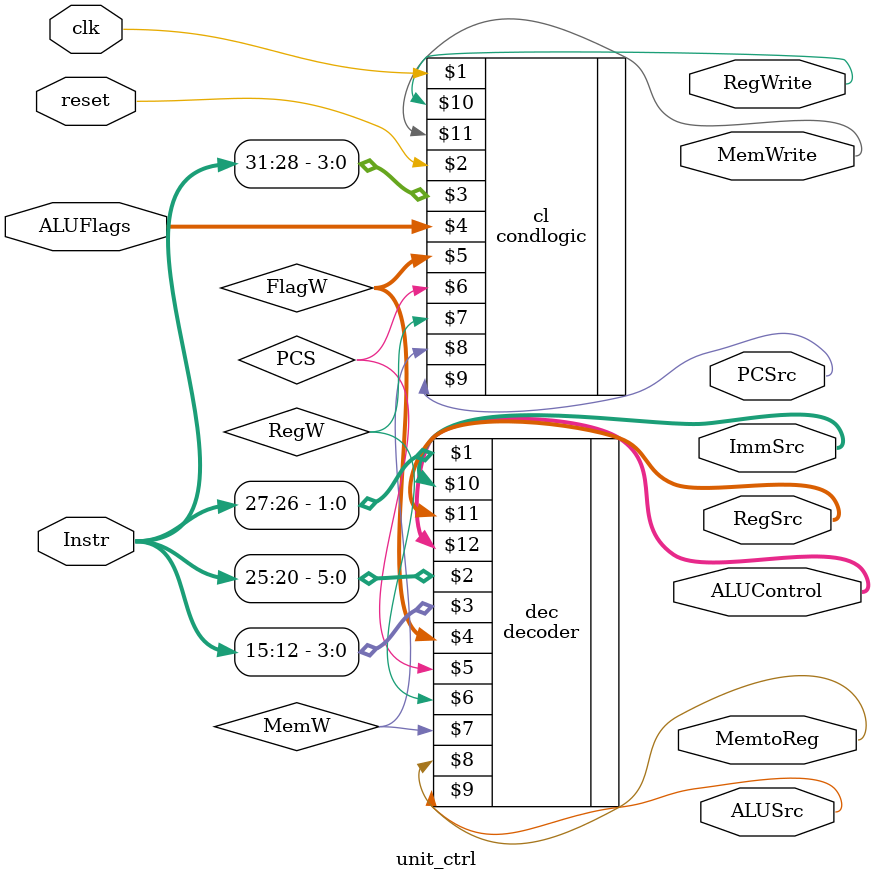
<source format=sv>
module unit_ctrl (input logic clk, reset,
						input logic [31:12] Instr,
						input logic [3:0] ALUFlags,
						output logic [1:0] RegSrc,
						output logic RegWrite,
						output logic [1:0] ImmSrc,
						output logic ALUSrc,
						output logic [1:0] ALUControl,
						output logic MemWrite, MemtoReg,
						output logic PCSrc);
						
		logic [1:0] FlagW;
		logic PCS, RegW, MemW;
		
		decoder dec(Instr[27:26], Instr[25:20], Instr[15:12],
						FlagW, PCS, RegW, MemW,
						MemtoReg, ALUSrc, ImmSrc, RegSrc, ALUControl);
						
		condlogic cl(clk, reset, Instr[31:28], ALUFlags,
						FlagW, PCS, RegW, MemW,
						PCSrc, RegWrite, MemWrite);
endmodule

</source>
